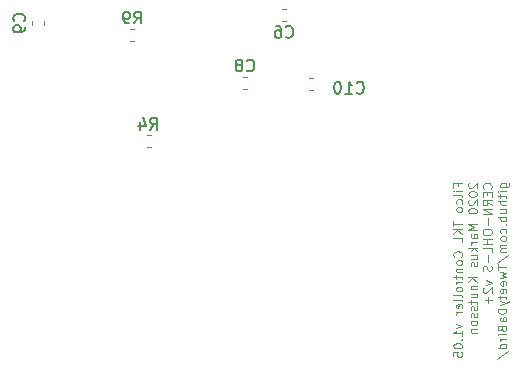
<source format=gbr>
G04 #@! TF.GenerationSoftware,KiCad,Pcbnew,(5.1.6)-1*
G04 #@! TF.CreationDate,2020-11-05T08:21:22+01:00*
G04 #@! TF.ProjectId,repl board,7265706c-2062-46f6-9172-642e6b696361,1.05*
G04 #@! TF.SameCoordinates,PX9bbc2a0PY6b31680*
G04 #@! TF.FileFunction,Legend,Bot*
G04 #@! TF.FilePolarity,Positive*
%FSLAX46Y46*%
G04 Gerber Fmt 4.6, Leading zero omitted, Abs format (unit mm)*
G04 Created by KiCad (PCBNEW (5.1.6)-1) date 2020-11-05 08:21:22*
%MOMM*%
%LPD*%
G01*
G04 APERTURE LIST*
%ADD10C,0.120000*%
%ADD11C,0.150000*%
G04 APERTURE END LIST*
D10*
X46614928Y16135429D02*
X46614928Y16385429D01*
X47007785Y16385429D02*
X46257785Y16385429D01*
X46257785Y16028286D01*
X47007785Y15742572D02*
X46507785Y15742572D01*
X46257785Y15742572D02*
X46293500Y15778286D01*
X46329214Y15742572D01*
X46293500Y15706858D01*
X46257785Y15742572D01*
X46329214Y15742572D01*
X47007785Y15278286D02*
X46972071Y15349715D01*
X46900642Y15385429D01*
X46257785Y15385429D01*
X46972071Y14671143D02*
X47007785Y14742572D01*
X47007785Y14885429D01*
X46972071Y14956858D01*
X46936357Y14992572D01*
X46864928Y15028286D01*
X46650642Y15028286D01*
X46579214Y14992572D01*
X46543500Y14956858D01*
X46507785Y14885429D01*
X46507785Y14742572D01*
X46543500Y14671143D01*
X47007785Y14242572D02*
X46972071Y14314000D01*
X46936357Y14349715D01*
X46864928Y14385429D01*
X46650642Y14385429D01*
X46579214Y14349715D01*
X46543500Y14314000D01*
X46507785Y14242572D01*
X46507785Y14135429D01*
X46543500Y14064000D01*
X46579214Y14028286D01*
X46650642Y13992572D01*
X46864928Y13992572D01*
X46936357Y14028286D01*
X46972071Y14064000D01*
X47007785Y14135429D01*
X47007785Y14242572D01*
X46257785Y13206858D02*
X46257785Y12778286D01*
X47007785Y12992572D02*
X46257785Y12992572D01*
X47007785Y12528286D02*
X46257785Y12528286D01*
X47007785Y12099715D02*
X46579214Y12421143D01*
X46257785Y12099715D02*
X46686357Y12528286D01*
X47007785Y11421143D02*
X47007785Y11778286D01*
X46257785Y11778286D01*
X46936357Y10171143D02*
X46972071Y10206858D01*
X47007785Y10314000D01*
X47007785Y10385429D01*
X46972071Y10492572D01*
X46900642Y10564000D01*
X46829214Y10599715D01*
X46686357Y10635429D01*
X46579214Y10635429D01*
X46436357Y10599715D01*
X46364928Y10564000D01*
X46293500Y10492572D01*
X46257785Y10385429D01*
X46257785Y10314000D01*
X46293500Y10206858D01*
X46329214Y10171143D01*
X47007785Y9742572D02*
X46972071Y9814000D01*
X46936357Y9849715D01*
X46864928Y9885429D01*
X46650642Y9885429D01*
X46579214Y9849715D01*
X46543500Y9814000D01*
X46507785Y9742572D01*
X46507785Y9635429D01*
X46543500Y9564000D01*
X46579214Y9528286D01*
X46650642Y9492572D01*
X46864928Y9492572D01*
X46936357Y9528286D01*
X46972071Y9564000D01*
X47007785Y9635429D01*
X47007785Y9742572D01*
X46507785Y9171143D02*
X47007785Y9171143D01*
X46579214Y9171143D02*
X46543500Y9135429D01*
X46507785Y9064000D01*
X46507785Y8956858D01*
X46543500Y8885429D01*
X46614928Y8849715D01*
X47007785Y8849715D01*
X46507785Y8599715D02*
X46507785Y8314000D01*
X46257785Y8492572D02*
X46900642Y8492572D01*
X46972071Y8456858D01*
X47007785Y8385429D01*
X47007785Y8314000D01*
X47007785Y8064000D02*
X46507785Y8064000D01*
X46650642Y8064000D02*
X46579214Y8028286D01*
X46543500Y7992572D01*
X46507785Y7921143D01*
X46507785Y7849715D01*
X47007785Y7492572D02*
X46972071Y7564000D01*
X46936357Y7599715D01*
X46864928Y7635429D01*
X46650642Y7635429D01*
X46579214Y7599715D01*
X46543500Y7564000D01*
X46507785Y7492572D01*
X46507785Y7385429D01*
X46543500Y7314000D01*
X46579214Y7278286D01*
X46650642Y7242572D01*
X46864928Y7242572D01*
X46936357Y7278286D01*
X46972071Y7314000D01*
X47007785Y7385429D01*
X47007785Y7492572D01*
X47007785Y6814000D02*
X46972071Y6885429D01*
X46900642Y6921143D01*
X46257785Y6921143D01*
X47007785Y6421143D02*
X46972071Y6492572D01*
X46900642Y6528286D01*
X46257785Y6528286D01*
X46972071Y5849715D02*
X47007785Y5921143D01*
X47007785Y6064000D01*
X46972071Y6135429D01*
X46900642Y6171143D01*
X46614928Y6171143D01*
X46543500Y6135429D01*
X46507785Y6064000D01*
X46507785Y5921143D01*
X46543500Y5849715D01*
X46614928Y5814000D01*
X46686357Y5814000D01*
X46757785Y6171143D01*
X47007785Y5492572D02*
X46507785Y5492572D01*
X46650642Y5492572D02*
X46579214Y5456858D01*
X46543500Y5421143D01*
X46507785Y5349715D01*
X46507785Y5278286D01*
X46507785Y4528286D02*
X47007785Y4349715D01*
X46507785Y4171143D01*
X47007785Y3492572D02*
X47007785Y3921143D01*
X47007785Y3706858D02*
X46257785Y3706858D01*
X46364928Y3778286D01*
X46436357Y3849715D01*
X46472071Y3921143D01*
X46936357Y3171143D02*
X46972071Y3135429D01*
X47007785Y3171143D01*
X46972071Y3206858D01*
X46936357Y3171143D01*
X47007785Y3171143D01*
X46257785Y2671143D02*
X46257785Y2599715D01*
X46293500Y2528286D01*
X46329214Y2492572D01*
X46400642Y2456858D01*
X46543500Y2421143D01*
X46722071Y2421143D01*
X46864928Y2456858D01*
X46936357Y2492572D01*
X46972071Y2528286D01*
X47007785Y2599715D01*
X47007785Y2671143D01*
X46972071Y2742572D01*
X46936357Y2778286D01*
X46864928Y2814000D01*
X46722071Y2849715D01*
X46543500Y2849715D01*
X46400642Y2814000D01*
X46329214Y2778286D01*
X46293500Y2742572D01*
X46257785Y2671143D01*
X46257785Y1742572D02*
X46257785Y2099715D01*
X46614928Y2135429D01*
X46579214Y2099715D01*
X46543500Y2028286D01*
X46543500Y1849715D01*
X46579214Y1778286D01*
X46614928Y1742572D01*
X46686357Y1706858D01*
X46864928Y1706858D01*
X46936357Y1742572D01*
X46972071Y1778286D01*
X47007785Y1849715D01*
X47007785Y2028286D01*
X46972071Y2099715D01*
X46936357Y2135429D01*
X47574214Y16421143D02*
X47538500Y16385429D01*
X47502785Y16314000D01*
X47502785Y16135429D01*
X47538500Y16064000D01*
X47574214Y16028286D01*
X47645642Y15992572D01*
X47717071Y15992572D01*
X47824214Y16028286D01*
X48252785Y16456858D01*
X48252785Y15992572D01*
X47502785Y15528286D02*
X47502785Y15456858D01*
X47538500Y15385429D01*
X47574214Y15349715D01*
X47645642Y15314000D01*
X47788500Y15278286D01*
X47967071Y15278286D01*
X48109928Y15314000D01*
X48181357Y15349715D01*
X48217071Y15385429D01*
X48252785Y15456858D01*
X48252785Y15528286D01*
X48217071Y15599715D01*
X48181357Y15635429D01*
X48109928Y15671143D01*
X47967071Y15706858D01*
X47788500Y15706858D01*
X47645642Y15671143D01*
X47574214Y15635429D01*
X47538500Y15599715D01*
X47502785Y15528286D01*
X47574214Y14992572D02*
X47538500Y14956858D01*
X47502785Y14885429D01*
X47502785Y14706858D01*
X47538500Y14635429D01*
X47574214Y14599715D01*
X47645642Y14564000D01*
X47717071Y14564000D01*
X47824214Y14599715D01*
X48252785Y15028286D01*
X48252785Y14564000D01*
X47502785Y14099715D02*
X47502785Y14028286D01*
X47538500Y13956858D01*
X47574214Y13921143D01*
X47645642Y13885429D01*
X47788500Y13849715D01*
X47967071Y13849715D01*
X48109928Y13885429D01*
X48181357Y13921143D01*
X48217071Y13956858D01*
X48252785Y14028286D01*
X48252785Y14099715D01*
X48217071Y14171143D01*
X48181357Y14206858D01*
X48109928Y14242572D01*
X47967071Y14278286D01*
X47788500Y14278286D01*
X47645642Y14242572D01*
X47574214Y14206858D01*
X47538500Y14171143D01*
X47502785Y14099715D01*
X48252785Y12956858D02*
X47502785Y12956858D01*
X48038500Y12706858D01*
X47502785Y12456858D01*
X48252785Y12456858D01*
X48252785Y11778286D02*
X47859928Y11778286D01*
X47788500Y11814000D01*
X47752785Y11885429D01*
X47752785Y12028286D01*
X47788500Y12099715D01*
X48217071Y11778286D02*
X48252785Y11849715D01*
X48252785Y12028286D01*
X48217071Y12099715D01*
X48145642Y12135429D01*
X48074214Y12135429D01*
X48002785Y12099715D01*
X47967071Y12028286D01*
X47967071Y11849715D01*
X47931357Y11778286D01*
X48252785Y11421143D02*
X47752785Y11421143D01*
X47895642Y11421143D02*
X47824214Y11385429D01*
X47788500Y11349715D01*
X47752785Y11278286D01*
X47752785Y11206858D01*
X48252785Y10956858D02*
X47502785Y10956858D01*
X47967071Y10885429D02*
X48252785Y10671143D01*
X47752785Y10671143D02*
X48038500Y10956858D01*
X47752785Y10028286D02*
X48252785Y10028286D01*
X47752785Y10349715D02*
X48145642Y10349715D01*
X48217071Y10314000D01*
X48252785Y10242572D01*
X48252785Y10135429D01*
X48217071Y10064000D01*
X48181357Y10028286D01*
X48217071Y9706858D02*
X48252785Y9635429D01*
X48252785Y9492572D01*
X48217071Y9421143D01*
X48145642Y9385429D01*
X48109928Y9385429D01*
X48038500Y9421143D01*
X48002785Y9492572D01*
X48002785Y9599715D01*
X47967071Y9671143D01*
X47895642Y9706858D01*
X47859928Y9706858D01*
X47788500Y9671143D01*
X47752785Y9599715D01*
X47752785Y9492572D01*
X47788500Y9421143D01*
X48252785Y8492572D02*
X47502785Y8492572D01*
X48252785Y8064000D02*
X47824214Y8385429D01*
X47502785Y8064000D02*
X47931357Y8492572D01*
X47752785Y7742572D02*
X48252785Y7742572D01*
X47824214Y7742572D02*
X47788500Y7706858D01*
X47752785Y7635429D01*
X47752785Y7528286D01*
X47788500Y7456858D01*
X47859928Y7421143D01*
X48252785Y7421143D01*
X47752785Y6742572D02*
X48252785Y6742572D01*
X47752785Y7064000D02*
X48145642Y7064000D01*
X48217071Y7028286D01*
X48252785Y6956858D01*
X48252785Y6849715D01*
X48217071Y6778286D01*
X48181357Y6742572D01*
X47752785Y6492572D02*
X47752785Y6206858D01*
X47502785Y6385429D02*
X48145642Y6385429D01*
X48217071Y6349715D01*
X48252785Y6278286D01*
X48252785Y6206858D01*
X48217071Y5992572D02*
X48252785Y5921143D01*
X48252785Y5778286D01*
X48217071Y5706858D01*
X48145642Y5671143D01*
X48109928Y5671143D01*
X48038500Y5706858D01*
X48002785Y5778286D01*
X48002785Y5885429D01*
X47967071Y5956858D01*
X47895642Y5992572D01*
X47859928Y5992572D01*
X47788500Y5956858D01*
X47752785Y5885429D01*
X47752785Y5778286D01*
X47788500Y5706858D01*
X48217071Y5385429D02*
X48252785Y5314000D01*
X48252785Y5171143D01*
X48217071Y5099715D01*
X48145642Y5064000D01*
X48109928Y5064000D01*
X48038500Y5099715D01*
X48002785Y5171143D01*
X48002785Y5278286D01*
X47967071Y5349715D01*
X47895642Y5385429D01*
X47859928Y5385429D01*
X47788500Y5349715D01*
X47752785Y5278286D01*
X47752785Y5171143D01*
X47788500Y5099715D01*
X48252785Y4635429D02*
X48217071Y4706858D01*
X48181357Y4742572D01*
X48109928Y4778286D01*
X47895642Y4778286D01*
X47824214Y4742572D01*
X47788500Y4706858D01*
X47752785Y4635429D01*
X47752785Y4528286D01*
X47788500Y4456858D01*
X47824214Y4421143D01*
X47895642Y4385429D01*
X48109928Y4385429D01*
X48181357Y4421143D01*
X48217071Y4456858D01*
X48252785Y4528286D01*
X48252785Y4635429D01*
X47752785Y4064000D02*
X48252785Y4064000D01*
X47824214Y4064000D02*
X47788500Y4028286D01*
X47752785Y3956858D01*
X47752785Y3849715D01*
X47788500Y3778286D01*
X47859928Y3742572D01*
X48252785Y3742572D01*
X49426357Y15956858D02*
X49462071Y15992572D01*
X49497785Y16099715D01*
X49497785Y16171143D01*
X49462071Y16278286D01*
X49390642Y16349715D01*
X49319214Y16385429D01*
X49176357Y16421143D01*
X49069214Y16421143D01*
X48926357Y16385429D01*
X48854928Y16349715D01*
X48783500Y16278286D01*
X48747785Y16171143D01*
X48747785Y16099715D01*
X48783500Y15992572D01*
X48819214Y15956858D01*
X49104928Y15635429D02*
X49104928Y15385429D01*
X49497785Y15278286D02*
X49497785Y15635429D01*
X48747785Y15635429D01*
X48747785Y15278286D01*
X49497785Y14528286D02*
X49140642Y14778286D01*
X49497785Y14956858D02*
X48747785Y14956858D01*
X48747785Y14671143D01*
X48783500Y14599715D01*
X48819214Y14564000D01*
X48890642Y14528286D01*
X48997785Y14528286D01*
X49069214Y14564000D01*
X49104928Y14599715D01*
X49140642Y14671143D01*
X49140642Y14956858D01*
X49497785Y14206858D02*
X48747785Y14206858D01*
X49497785Y13778286D01*
X48747785Y13778286D01*
X49212071Y13421143D02*
X49212071Y12849715D01*
X48747785Y12349715D02*
X48747785Y12206858D01*
X48783500Y12135429D01*
X48854928Y12064000D01*
X48997785Y12028286D01*
X49247785Y12028286D01*
X49390642Y12064000D01*
X49462071Y12135429D01*
X49497785Y12206858D01*
X49497785Y12349715D01*
X49462071Y12421143D01*
X49390642Y12492572D01*
X49247785Y12528286D01*
X48997785Y12528286D01*
X48854928Y12492572D01*
X48783500Y12421143D01*
X48747785Y12349715D01*
X49497785Y11706858D02*
X48747785Y11706858D01*
X49104928Y11706858D02*
X49104928Y11278286D01*
X49497785Y11278286D02*
X48747785Y11278286D01*
X49497785Y10564000D02*
X49497785Y10921143D01*
X48747785Y10921143D01*
X49212071Y10314000D02*
X49212071Y9742572D01*
X49462071Y9421143D02*
X49497785Y9314000D01*
X49497785Y9135429D01*
X49462071Y9064000D01*
X49426357Y9028286D01*
X49354928Y8992572D01*
X49283500Y8992572D01*
X49212071Y9028286D01*
X49176357Y9064000D01*
X49140642Y9135429D01*
X49104928Y9278286D01*
X49069214Y9349715D01*
X49033500Y9385429D01*
X48962071Y9421143D01*
X48890642Y9421143D01*
X48819214Y9385429D01*
X48783500Y9349715D01*
X48747785Y9278286D01*
X48747785Y9099715D01*
X48783500Y8992572D01*
X48997785Y8171143D02*
X49497785Y7992572D01*
X48997785Y7814000D01*
X48819214Y7564000D02*
X48783500Y7528286D01*
X48747785Y7456858D01*
X48747785Y7278286D01*
X48783500Y7206858D01*
X48819214Y7171143D01*
X48890642Y7135429D01*
X48962071Y7135429D01*
X49069214Y7171143D01*
X49497785Y7599715D01*
X49497785Y7135429D01*
X49212071Y6814000D02*
X49212071Y6242572D01*
X49497785Y6528286D02*
X48926357Y6528286D01*
X50242785Y16064000D02*
X50849928Y16064000D01*
X50921357Y16099715D01*
X50957071Y16135429D01*
X50992785Y16206858D01*
X50992785Y16314000D01*
X50957071Y16385429D01*
X50707071Y16064000D02*
X50742785Y16135429D01*
X50742785Y16278286D01*
X50707071Y16349715D01*
X50671357Y16385429D01*
X50599928Y16421143D01*
X50385642Y16421143D01*
X50314214Y16385429D01*
X50278500Y16349715D01*
X50242785Y16278286D01*
X50242785Y16135429D01*
X50278500Y16064000D01*
X50742785Y15706858D02*
X50242785Y15706858D01*
X49992785Y15706858D02*
X50028500Y15742572D01*
X50064214Y15706858D01*
X50028500Y15671143D01*
X49992785Y15706858D01*
X50064214Y15706858D01*
X50242785Y15456858D02*
X50242785Y15171143D01*
X49992785Y15349715D02*
X50635642Y15349715D01*
X50707071Y15314000D01*
X50742785Y15242572D01*
X50742785Y15171143D01*
X50742785Y14921143D02*
X49992785Y14921143D01*
X50742785Y14599715D02*
X50349928Y14599715D01*
X50278500Y14635429D01*
X50242785Y14706858D01*
X50242785Y14814000D01*
X50278500Y14885429D01*
X50314214Y14921143D01*
X50242785Y13921143D02*
X50742785Y13921143D01*
X50242785Y14242572D02*
X50635642Y14242572D01*
X50707071Y14206858D01*
X50742785Y14135429D01*
X50742785Y14028286D01*
X50707071Y13956858D01*
X50671357Y13921143D01*
X50742785Y13564000D02*
X49992785Y13564000D01*
X50278500Y13564000D02*
X50242785Y13492572D01*
X50242785Y13349715D01*
X50278500Y13278286D01*
X50314214Y13242572D01*
X50385642Y13206858D01*
X50599928Y13206858D01*
X50671357Y13242572D01*
X50707071Y13278286D01*
X50742785Y13349715D01*
X50742785Y13492572D01*
X50707071Y13564000D01*
X50671357Y12885429D02*
X50707071Y12849715D01*
X50742785Y12885429D01*
X50707071Y12921143D01*
X50671357Y12885429D01*
X50742785Y12885429D01*
X50707071Y12206858D02*
X50742785Y12278286D01*
X50742785Y12421143D01*
X50707071Y12492572D01*
X50671357Y12528286D01*
X50599928Y12564000D01*
X50385642Y12564000D01*
X50314214Y12528286D01*
X50278500Y12492572D01*
X50242785Y12421143D01*
X50242785Y12278286D01*
X50278500Y12206858D01*
X50742785Y11778286D02*
X50707071Y11849715D01*
X50671357Y11885429D01*
X50599928Y11921143D01*
X50385642Y11921143D01*
X50314214Y11885429D01*
X50278500Y11849715D01*
X50242785Y11778286D01*
X50242785Y11671143D01*
X50278500Y11599715D01*
X50314214Y11564000D01*
X50385642Y11528286D01*
X50599928Y11528286D01*
X50671357Y11564000D01*
X50707071Y11599715D01*
X50742785Y11671143D01*
X50742785Y11778286D01*
X50742785Y11206858D02*
X50242785Y11206858D01*
X50314214Y11206858D02*
X50278500Y11171143D01*
X50242785Y11099715D01*
X50242785Y10992572D01*
X50278500Y10921143D01*
X50349928Y10885429D01*
X50742785Y10885429D01*
X50349928Y10885429D02*
X50278500Y10849715D01*
X50242785Y10778286D01*
X50242785Y10671143D01*
X50278500Y10599715D01*
X50349928Y10564000D01*
X50742785Y10564000D01*
X49957071Y9671143D02*
X50921357Y10314000D01*
X49992785Y9528286D02*
X49992785Y9099715D01*
X50742785Y9314000D02*
X49992785Y9314000D01*
X50242785Y8921143D02*
X50742785Y8778286D01*
X50385642Y8635429D01*
X50742785Y8492572D01*
X50242785Y8349715D01*
X50707071Y7778286D02*
X50742785Y7849715D01*
X50742785Y7992572D01*
X50707071Y8064000D01*
X50635642Y8099715D01*
X50349928Y8099715D01*
X50278500Y8064000D01*
X50242785Y7992572D01*
X50242785Y7849715D01*
X50278500Y7778286D01*
X50349928Y7742572D01*
X50421357Y7742572D01*
X50492785Y8099715D01*
X50707071Y7135429D02*
X50742785Y7206858D01*
X50742785Y7349715D01*
X50707071Y7421143D01*
X50635642Y7456858D01*
X50349928Y7456858D01*
X50278500Y7421143D01*
X50242785Y7349715D01*
X50242785Y7206858D01*
X50278500Y7135429D01*
X50349928Y7099715D01*
X50421357Y7099715D01*
X50492785Y7456858D01*
X50242785Y6885429D02*
X50242785Y6599715D01*
X49992785Y6778286D02*
X50635642Y6778286D01*
X50707071Y6742572D01*
X50742785Y6671143D01*
X50742785Y6599715D01*
X50242785Y6421143D02*
X50742785Y6242572D01*
X50242785Y6064000D02*
X50742785Y6242572D01*
X50921357Y6314000D01*
X50957071Y6349715D01*
X50992785Y6421143D01*
X50742785Y5778286D02*
X49992785Y5778286D01*
X49992785Y5599715D01*
X50028500Y5492572D01*
X50099928Y5421143D01*
X50171357Y5385429D01*
X50314214Y5349715D01*
X50421357Y5349715D01*
X50564214Y5385429D01*
X50635642Y5421143D01*
X50707071Y5492572D01*
X50742785Y5599715D01*
X50742785Y5778286D01*
X50742785Y4706858D02*
X50349928Y4706858D01*
X50278500Y4742572D01*
X50242785Y4814000D01*
X50242785Y4956858D01*
X50278500Y5028286D01*
X50707071Y4706858D02*
X50742785Y4778286D01*
X50742785Y4956858D01*
X50707071Y5028286D01*
X50635642Y5064000D01*
X50564214Y5064000D01*
X50492785Y5028286D01*
X50457071Y4956858D01*
X50457071Y4778286D01*
X50421357Y4706858D01*
X50349928Y4099715D02*
X50385642Y3992572D01*
X50421357Y3956858D01*
X50492785Y3921143D01*
X50599928Y3921143D01*
X50671357Y3956858D01*
X50707071Y3992572D01*
X50742785Y4064000D01*
X50742785Y4349715D01*
X49992785Y4349715D01*
X49992785Y4099715D01*
X50028500Y4028286D01*
X50064214Y3992572D01*
X50135642Y3956858D01*
X50207071Y3956858D01*
X50278500Y3992572D01*
X50314214Y4028286D01*
X50349928Y4099715D01*
X50349928Y4349715D01*
X50742785Y3599715D02*
X50242785Y3599715D01*
X49992785Y3599715D02*
X50028500Y3635429D01*
X50064214Y3599715D01*
X50028500Y3564000D01*
X49992785Y3599715D01*
X50064214Y3599715D01*
X50742785Y3242572D02*
X50242785Y3242572D01*
X50385642Y3242572D02*
X50314214Y3206858D01*
X50278500Y3171143D01*
X50242785Y3099715D01*
X50242785Y3028286D01*
X50742785Y2456858D02*
X49992785Y2456858D01*
X50707071Y2456858D02*
X50742785Y2528286D01*
X50742785Y2671143D01*
X50707071Y2742572D01*
X50671357Y2778286D01*
X50599928Y2814000D01*
X50385642Y2814000D01*
X50314214Y2778286D01*
X50278500Y2742572D01*
X50242785Y2671143D01*
X50242785Y2528286D01*
X50278500Y2456858D01*
X49957071Y1564000D02*
X50921357Y2206858D01*
X34013733Y25280000D02*
X34356267Y25280000D01*
X34013733Y24260000D02*
X34356267Y24260000D01*
X31727733Y31122000D02*
X32070267Y31122000D01*
X31727733Y30102000D02*
X32070267Y30102000D01*
X20297733Y20454000D02*
X20640267Y20454000D01*
X20297733Y19434000D02*
X20640267Y19434000D01*
X28768267Y24387000D02*
X28425733Y24387000D01*
X28768267Y25407000D02*
X28425733Y25407000D01*
X19243267Y28451000D02*
X18900733Y28451000D01*
X19243267Y29471000D02*
X18900733Y29471000D01*
X10561000Y29805733D02*
X10561000Y30148267D01*
X11581000Y29805733D02*
X11581000Y30148267D01*
D11*
X38066357Y24095358D02*
X38113976Y24047739D01*
X38256833Y24000120D01*
X38352071Y24000120D01*
X38494928Y24047739D01*
X38590166Y24142977D01*
X38637785Y24238215D01*
X38685404Y24428691D01*
X38685404Y24571548D01*
X38637785Y24762024D01*
X38590166Y24857262D01*
X38494928Y24952500D01*
X38352071Y25000120D01*
X38256833Y25000120D01*
X38113976Y24952500D01*
X38066357Y24904881D01*
X37113976Y24000120D02*
X37685404Y24000120D01*
X37399690Y24000120D02*
X37399690Y25000120D01*
X37494928Y24857262D01*
X37590166Y24762024D01*
X37685404Y24714405D01*
X36494928Y25000120D02*
X36399690Y25000120D01*
X36304452Y24952500D01*
X36256833Y24904881D01*
X36209214Y24809643D01*
X36161595Y24619167D01*
X36161595Y24381072D01*
X36209214Y24190596D01*
X36256833Y24095358D01*
X36304452Y24047739D01*
X36399690Y24000120D01*
X36494928Y24000120D01*
X36590166Y24047739D01*
X36637785Y24095358D01*
X36685404Y24190596D01*
X36733023Y24381072D01*
X36733023Y24619167D01*
X36685404Y24809643D01*
X36637785Y24904881D01*
X36590166Y24952500D01*
X36494928Y25000120D01*
X32065666Y28824858D02*
X32113285Y28777239D01*
X32256142Y28729620D01*
X32351380Y28729620D01*
X32494238Y28777239D01*
X32589476Y28872477D01*
X32637095Y28967715D01*
X32684714Y29158191D01*
X32684714Y29301048D01*
X32637095Y29491524D01*
X32589476Y29586762D01*
X32494238Y29682000D01*
X32351380Y29729620D01*
X32256142Y29729620D01*
X32113285Y29682000D01*
X32065666Y29634381D01*
X31208523Y29729620D02*
X31399000Y29729620D01*
X31494238Y29682000D01*
X31541857Y29634381D01*
X31637095Y29491524D01*
X31684714Y29301048D01*
X31684714Y28920096D01*
X31637095Y28824858D01*
X31589476Y28777239D01*
X31494238Y28729620D01*
X31303761Y28729620D01*
X31208523Y28777239D01*
X31160904Y28824858D01*
X31113285Y28920096D01*
X31113285Y29158191D01*
X31160904Y29253429D01*
X31208523Y29301048D01*
X31303761Y29348667D01*
X31494238Y29348667D01*
X31589476Y29301048D01*
X31637095Y29253429D01*
X31684714Y29158191D01*
X20572166Y20952120D02*
X20905500Y21428310D01*
X21143595Y20952120D02*
X21143595Y21952120D01*
X20762642Y21952120D01*
X20667404Y21904500D01*
X20619785Y21856881D01*
X20572166Y21761643D01*
X20572166Y21618786D01*
X20619785Y21523548D01*
X20667404Y21475929D01*
X20762642Y21428310D01*
X21143595Y21428310D01*
X19715023Y21618786D02*
X19715023Y20952120D01*
X19953119Y21999739D02*
X20191214Y21285453D01*
X19572166Y21285453D01*
X28763666Y25969858D02*
X28811285Y25922239D01*
X28954142Y25874620D01*
X29049380Y25874620D01*
X29192238Y25922239D01*
X29287476Y26017477D01*
X29335095Y26112715D01*
X29382714Y26303191D01*
X29382714Y26446048D01*
X29335095Y26636524D01*
X29287476Y26731762D01*
X29192238Y26827000D01*
X29049380Y26874620D01*
X28954142Y26874620D01*
X28811285Y26827000D01*
X28763666Y26779381D01*
X28192238Y26446048D02*
X28287476Y26493667D01*
X28335095Y26541286D01*
X28382714Y26636524D01*
X28382714Y26684143D01*
X28335095Y26779381D01*
X28287476Y26827000D01*
X28192238Y26874620D01*
X28001761Y26874620D01*
X27906523Y26827000D01*
X27858904Y26779381D01*
X27811285Y26684143D01*
X27811285Y26636524D01*
X27858904Y26541286D01*
X27906523Y26493667D01*
X28001761Y26446048D01*
X28192238Y26446048D01*
X28287476Y26398429D01*
X28335095Y26350810D01*
X28382714Y26255572D01*
X28382714Y26065096D01*
X28335095Y25969858D01*
X28287476Y25922239D01*
X28192238Y25874620D01*
X28001761Y25874620D01*
X27906523Y25922239D01*
X27858904Y25969858D01*
X27811285Y26065096D01*
X27811285Y26255572D01*
X27858904Y26350810D01*
X27906523Y26398429D01*
X28001761Y26446048D01*
X19238666Y29938620D02*
X19572000Y30414810D01*
X19810095Y29938620D02*
X19810095Y30938620D01*
X19429142Y30938620D01*
X19333904Y30891000D01*
X19286285Y30843381D01*
X19238666Y30748143D01*
X19238666Y30605286D01*
X19286285Y30510048D01*
X19333904Y30462429D01*
X19429142Y30414810D01*
X19810095Y30414810D01*
X18762476Y29938620D02*
X18572000Y29938620D01*
X18476761Y29986239D01*
X18429142Y30033858D01*
X18333904Y30176715D01*
X18286285Y30367191D01*
X18286285Y30748143D01*
X18333904Y30843381D01*
X18381523Y30891000D01*
X18476761Y30938620D01*
X18667238Y30938620D01*
X18762476Y30891000D01*
X18810095Y30843381D01*
X18857714Y30748143D01*
X18857714Y30510048D01*
X18810095Y30414810D01*
X18762476Y30367191D01*
X18667238Y30319572D01*
X18476761Y30319572D01*
X18381523Y30367191D01*
X18333904Y30414810D01*
X18286285Y30510048D01*
X9904142Y30143667D02*
X9951761Y30191286D01*
X9999380Y30334143D01*
X9999380Y30429381D01*
X9951761Y30572239D01*
X9856523Y30667477D01*
X9761285Y30715096D01*
X9570809Y30762715D01*
X9427952Y30762715D01*
X9237476Y30715096D01*
X9142238Y30667477D01*
X9047000Y30572239D01*
X8999380Y30429381D01*
X8999380Y30334143D01*
X9047000Y30191286D01*
X9094619Y30143667D01*
X9999380Y29667477D02*
X9999380Y29477000D01*
X9951761Y29381762D01*
X9904142Y29334143D01*
X9761285Y29238905D01*
X9570809Y29191286D01*
X9189857Y29191286D01*
X9094619Y29238905D01*
X9047000Y29286524D01*
X8999380Y29381762D01*
X8999380Y29572239D01*
X9047000Y29667477D01*
X9094619Y29715096D01*
X9189857Y29762715D01*
X9427952Y29762715D01*
X9523190Y29715096D01*
X9570809Y29667477D01*
X9618428Y29572239D01*
X9618428Y29381762D01*
X9570809Y29286524D01*
X9523190Y29238905D01*
X9427952Y29191286D01*
M02*

</source>
